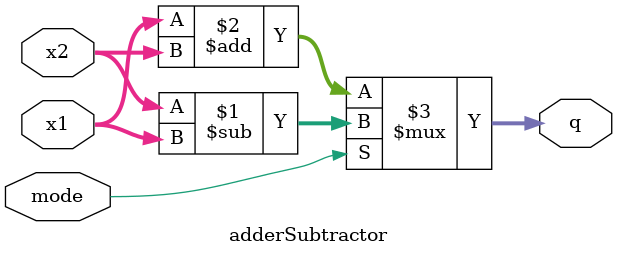
<source format=v>
`timescale 1ns/1ns
module adderSubtractor #(parameter n = 13)(x1, x2, mode, q);
  input signed[n:0] x1;
  input signed[n:0] x2;
  input mode;
  output signed [n:0] q;
  assign q = mode ? x2-x1 : x1+x2;
endmodule
</source>
